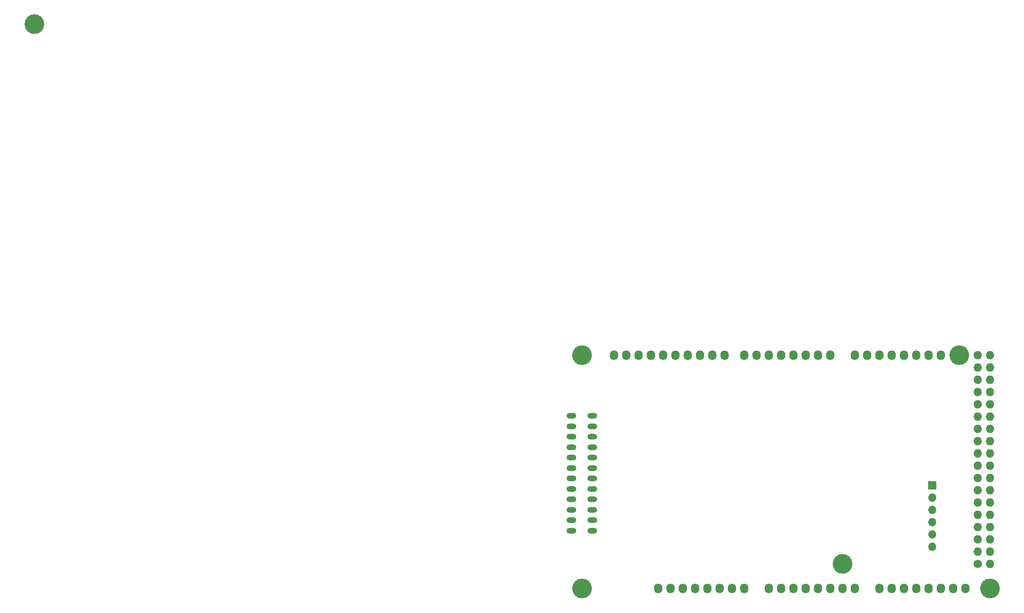
<source format=gbr>
G04 #@! TF.GenerationSoftware,KiCad,Pcbnew,(5.1.2)-1*
G04 #@! TF.CreationDate,2019-09-24T21:04:57+01:00*
G04 #@! TF.ProjectId,PET_IEEE,5045545f-4945-4454-952e-6b696361645f,rev?*
G04 #@! TF.SameCoordinates,Original*
G04 #@! TF.FileFunction,Soldermask,Bot*
G04 #@! TF.FilePolarity,Negative*
%FSLAX46Y46*%
G04 Gerber Fmt 4.6, Leading zero omitted, Abs format (unit mm)*
G04 Created by KiCad (PCBNEW (5.1.2)-1) date 2019-09-24 21:04:57*
%MOMM*%
%LPD*%
G04 APERTURE LIST*
%ADD10C,4.064000*%
%ADD11O,2.000000X1.200000*%
%ADD12O,1.700000X1.700000*%
%ADD13R,1.700000X1.700000*%
%ADD14C,1.727200*%
%ADD15O,1.727200X1.727200*%
%ADD16O,1.727200X2.032000*%
G04 APERTURE END LIST*
D10*
X2361001Y-2361001D03*
D11*
X117715000Y-83370000D03*
X113425000Y-83370000D03*
X117715000Y-85530000D03*
X113425000Y-85530000D03*
X117715000Y-87690000D03*
X113425000Y-87690000D03*
X117715000Y-89850000D03*
X113425000Y-89850000D03*
X117715000Y-92010000D03*
X113425000Y-92010000D03*
X117715000Y-94170000D03*
X113425000Y-94170000D03*
X117715000Y-96330000D03*
X113425000Y-96330000D03*
X117715000Y-98490000D03*
X113425000Y-98490000D03*
X117715000Y-100650000D03*
X113425000Y-100650000D03*
X117715000Y-102810000D03*
X113425000Y-102810000D03*
X117715000Y-104970000D03*
X113425000Y-104970000D03*
X117715000Y-107130000D03*
X113425000Y-107130000D03*
D12*
X187960000Y-110490000D03*
X187960000Y-107950000D03*
X187960000Y-105410000D03*
X187960000Y-102870000D03*
X187960000Y-100330000D03*
D13*
X187960000Y-97790000D03*
D14*
X197358000Y-114046000D03*
D15*
X199898000Y-114046000D03*
X197358000Y-111506000D03*
X199898000Y-111506000D03*
X197358000Y-108966000D03*
X199898000Y-108966000D03*
X197358000Y-106426000D03*
X199898000Y-106426000D03*
X197358000Y-103886000D03*
X199898000Y-103886000D03*
X197358000Y-101346000D03*
X199898000Y-101346000D03*
X197358000Y-98806000D03*
X199898000Y-98806000D03*
X197358000Y-96266000D03*
X199898000Y-96266000D03*
X197358000Y-93726000D03*
X199898000Y-93726000D03*
X197358000Y-91186000D03*
X199898000Y-91186000D03*
X197358000Y-88646000D03*
X199898000Y-88646000D03*
X197358000Y-86106000D03*
X199898000Y-86106000D03*
X197358000Y-83566000D03*
X199898000Y-83566000D03*
X197358000Y-81026000D03*
X199898000Y-81026000D03*
X197358000Y-78486000D03*
X199898000Y-78486000D03*
X197358000Y-75946000D03*
X199898000Y-75946000D03*
X197358000Y-73406000D03*
X199898000Y-73406000D03*
X197358000Y-70866000D03*
X199898000Y-70866000D03*
D16*
X131318000Y-119126000D03*
X133858000Y-119126000D03*
X136398000Y-119126000D03*
X138938000Y-119126000D03*
X141478000Y-119126000D03*
X144018000Y-119126000D03*
X146558000Y-119126000D03*
X149098000Y-119126000D03*
X154178000Y-119126000D03*
X156718000Y-119126000D03*
X159258000Y-119126000D03*
X161798000Y-119126000D03*
X164338000Y-119126000D03*
X166878000Y-119126000D03*
X169418000Y-119126000D03*
X171958000Y-119126000D03*
X177038000Y-119126000D03*
X179578000Y-119126000D03*
X182118000Y-119126000D03*
X184658000Y-119126000D03*
X187198000Y-119126000D03*
X189738000Y-119126000D03*
X192278000Y-119126000D03*
X194818000Y-119126000D03*
X122174000Y-70866000D03*
X124714000Y-70866000D03*
X127254000Y-70866000D03*
X129794000Y-70866000D03*
X132334000Y-70866000D03*
X134874000Y-70866000D03*
X137414000Y-70866000D03*
X139954000Y-70866000D03*
X142494000Y-70866000D03*
X145034000Y-70866000D03*
X149098000Y-70866000D03*
X151638000Y-70866000D03*
X154178000Y-70866000D03*
X156718000Y-70866000D03*
X159258000Y-70866000D03*
X161798000Y-70866000D03*
X164338000Y-70866000D03*
X166878000Y-70866000D03*
X171958000Y-70866000D03*
X174498000Y-70866000D03*
X177038000Y-70866000D03*
X179578000Y-70866000D03*
X182118000Y-70866000D03*
X184658000Y-70866000D03*
X187198000Y-70866000D03*
X189738000Y-70866000D03*
D10*
X115570000Y-119126000D03*
X169418000Y-114046000D03*
X199898000Y-119126000D03*
X115570000Y-70866000D03*
X193548000Y-70866000D03*
M02*

</source>
